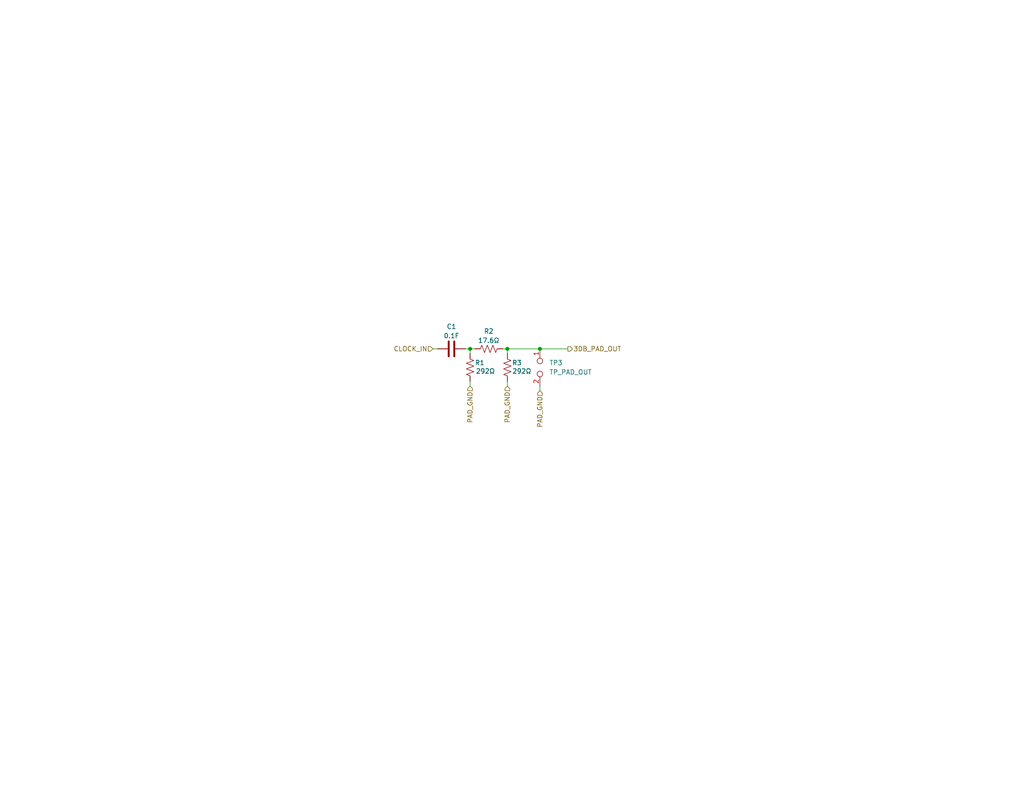
<source format=kicad_sch>
(kicad_sch (version 20250114) (generator "eeschema") (generator_version "9.0")
  (paper "A")
  (title_block (title "6dB Pi Pad") (date "2026-02-04") (rev "0") (company "Lee C. Bussy [AA0NT]"))
  (lib_symbols
    (symbol "Connector:TestPoint_2Pole" (pin_names (offset 0.762) (hide yes))
      (property "Reference" "TP" (at 0 1.524 0))
      (property "Value" "TestPoint_2Pole" (at 0 -1.778 0))
      (symbol "TestPoint_2Pole_0_1"
        (circle (center -1.778 0) (radius 0.762))
        (circle (center 1.778 0) (radius 0.762))
        (pin passive line (at -5.08 0 0) (length 2.54) (name "1") (number "1"))
        (pin passive line (at 5.08 0 180) (length 2.54) (name "2") (number "2"))
      )
    )
    (symbol "Device:C" (pin_numbers (hide yes)) (pin_names (offset 0.254))
      (property "Reference" "C" (at 0.635 2.54 0))
      (property "Value" "C" (at 0.635 -2.54 0))
      (symbol "C_0_1"
        (polyline (pts (xy -2.032 0.762) (xy 2.032 0.762)) (stroke (width 0.508)))
        (polyline (pts (xy -2.032 -0.762) (xy 2.032 -0.762)) (stroke (width 0.508)))
      )
      (symbol "C_1_1"
        (pin passive line (at 0 3.81 270) (length 2.794) (name "~") (number "1"))
        (pin passive line (at 0 -3.81 90) (length 2.794) (name "~") (number "2"))
      )
    )
    (symbol "Device:R_US" (pin_numbers (hide yes)) (pin_names (offset 0))
      (property "Reference" "R" (at 2.54 0 90))
      (property "Value" "R_US" (at -2.54 0 90))
      (symbol "R_US_0_1"
        (polyline (pts (xy 0 2.286) (xy 0 2.54)))
        (polyline (pts (xy 0 2.286) (xy 1.016 1.905) (xy 0 1.524) (xy -1.016 1.143) (xy 0 0.762)))
        (polyline (pts (xy 0 0.762) (xy 1.016 0.381) (xy 0 0) (xy -1.016 -0.381) (xy 0 -0.762)))
        (polyline (pts (xy 0 -0.762) (xy 1.016 -1.143) (xy 0 -1.524) (xy -1.016 -1.905) (xy 0 -2.286)))
        (polyline (pts (xy 0 -2.286) (xy 0 -2.54)))
      )
      (symbol "R_US_1_1"
        (pin passive line (at 0 3.81 270) (length 1.27) (name "~") (number "1"))
        (pin passive line (at 0 -3.81 90) (length 1.27) (name "~") (number "2"))
      )
    )
  )
  (junction (at 128.27 95.25))
  (junction (at 138.43 95.25))
  (junction (at 147.32 95.25))
  (wire (pts (xy 127 95.25) (xy 128.27 95.25)))
  (wire (pts (xy 147.32 106.68) (xy 147.32 105.41)))
  (wire (pts (xy 128.27 96.52) (xy 128.27 95.25)))
  (wire (pts (xy 137.16 95.25) (xy 138.43 95.25)))
  (wire (pts (xy 118.11 95.25) (xy 119.38 95.25)))
  (wire (pts (xy 138.43 105.41) (xy 138.43 104.14)))
  (wire (pts (xy 138.43 96.52) (xy 138.43 95.25)))
  (wire (pts (xy 138.43 95.25) (xy 147.32 95.25)))
  (wire (pts (xy 154.94 95.25) (xy 147.32 95.25)))
  (wire (pts (xy 128.27 95.25) (xy 129.54 95.25)))
  (wire (pts (xy 128.27 105.41) (xy 128.27 104.14)))
  (hierarchical_label "PAD_GND" (shape input) (at 138.43 105.41 270))
  (hierarchical_label "PAD_GND" (shape input) (at 147.32 106.68 270))
  (hierarchical_label "CLOCK_IN" (shape input) (at 118.11 95.25 180))
  (hierarchical_label "3DB_PAD_OUT" (shape output) (at 154.94 95.25 0))
  (hierarchical_label "PAD_GND" (shape input) (at 128.27 105.41 270))
  (symbol (lib_id "Device:R_US") (at 128.27 100.33 0) (unit 1)
    (property "Reference" "R1" (at 129.54 99.06 0) (effects (justify left)))
    (property "Value" "292Ω" (at 129.794 101.346 0) (effects (justify left)))
    (property "Footprint" "Resistor_SMD:R_0603_1608Metric" (effects (hide yes)))
    (property "Description" "Resistor, US symbol" (effects (hide yes)))
  )
  (symbol (lib_id "Device:R_US") (at 133.35 95.25 90) (unit 1)
    (property "Reference" "R2" (at 133.35 90.424 90))
    (property "Value" "17.6Ω" (at 133.35 92.964 90))
    (property "Footprint" "Resistor_SMD:R_0603_1608Metric" (effects (hide yes)))
    (property "Description" "Resistor, US symbol" (effects (hide yes)))
  )
  (symbol (lib_id "Device:R_US") (at 138.43 100.33 0) (unit 1)
    (property "Reference" "R3" (at 139.7 99.06 0) (effects (justify left)))
    (property "Value" "292Ω" (at 145.034 101.346 0) (effects (justify right)))
    (property "Footprint" "Resistor_SMD:R_0603_1608Metric" (effects (hide yes)))
    (property "Description" "Resistor, US symbol" (effects (hide yes)))
  )
  (symbol (lib_id "Connector:TestPoint_2Pole") (at 147.32 100.33 270) (unit 1)
    (property "Reference" "TP3" (at 149.86 99.0599 90) (effects (justify left)))
    (property "Value" "TP_PAD_OUT" (at 149.86 101.5999 90) (effects (justify left)))
    (property "Footprint" "TestPoint:TestPoint_2Pads_Pitch2.54mm_Drill0.8mm" (effects (hide yes)))
    (property "Description" "2-polar test point" (effects (hide yes)))
  )
  (symbol (lib_id "Device:C") (at 123.19 95.25 90) (unit 1)
    (property "Reference" "C1" (at 123.19 89.154 90))
    (property "Value" "0.1F" (at 123.19 91.694 90))
    (property "Footprint" "Capacitor_SMD:C_0603_1608Metric" (effects (hide yes)))
    (property "Description" "Unpolarized capacitor" (effects (hide yes)))
  )
)
</source>
